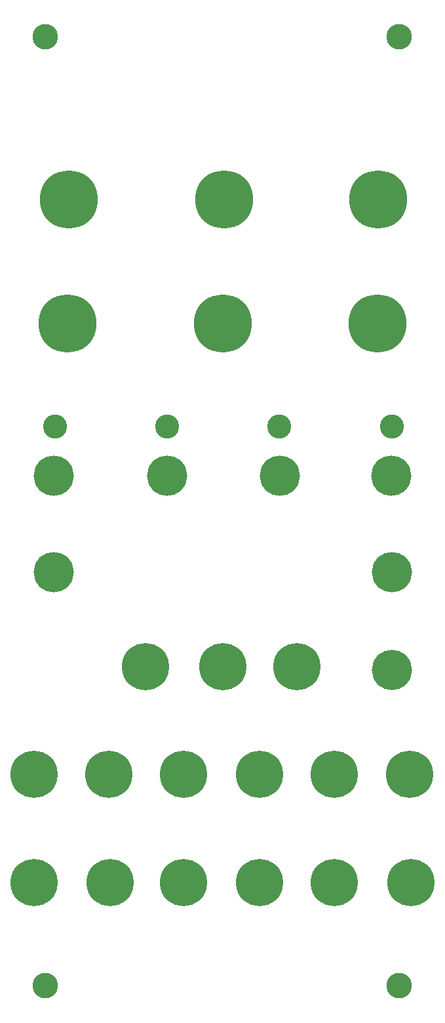
<source format=gbr>
%TF.GenerationSoftware,KiCad,Pcbnew,(6.0.2-0)*%
%TF.CreationDate,2022-03-24T14:58:07-04:00*%
%TF.ProjectId,dotspanel,646f7473-7061-46e6-956c-2e6b69636164,rev?*%
%TF.SameCoordinates,Original*%
%TF.FileFunction,Soldermask,Bot*%
%TF.FilePolarity,Negative*%
%FSLAX46Y46*%
G04 Gerber Fmt 4.6, Leading zero omitted, Abs format (unit mm)*
G04 Created by KiCad (PCBNEW (6.0.2-0)) date 2022-03-24 14:58:07*
%MOMM*%
%LPD*%
G01*
G04 APERTURE LIST*
%ADD10C,6.100000*%
%ADD11C,7.500000*%
%ADD12C,3.300000*%
%ADD13C,3.100000*%
%ADD14C,5.200000*%
G04 APERTURE END LIST*
D10*
%TO.C,*%
X139954000Y-134239000D03*
%TD*%
%TO.C,*%
X115824000Y-162052000D03*
%TD*%
D11*
%TO.C,*%
X110363000Y-89916000D03*
%TD*%
%TO.C,*%
X130556000Y-73914000D03*
%TD*%
%TO.C,*%
X150368000Y-89916000D03*
%TD*%
D12*
%TO.C,REF\u002A\u002A*%
X153162000Y-52959000D03*
%TD*%
D13*
%TO.C,*%
X137668000Y-103251000D03*
%TD*%
D12*
%TO.C,*%
X107442000Y-175387000D03*
%TD*%
D13*
%TO.C,*%
X152273000Y-103251000D03*
%TD*%
D12*
%TO.C,*%
X153162000Y-175387000D03*
%TD*%
D10*
%TO.C,*%
X106045000Y-162052000D03*
%TD*%
%TO.C,*%
X154559000Y-148082000D03*
%TD*%
%TO.C,*%
X115697000Y-148082000D03*
%TD*%
D14*
%TO.C,*%
X152273000Y-122047000D03*
%TD*%
D10*
%TO.C,*%
X125349000Y-148082000D03*
%TD*%
%TO.C,*%
X120396000Y-134239000D03*
%TD*%
D13*
%TO.C,*%
X108712000Y-103251000D03*
%TD*%
D10*
%TO.C,*%
X144780000Y-162052000D03*
%TD*%
D12*
%TO.C,*%
X107442000Y-52959000D03*
%TD*%
D10*
%TO.C,*%
X106045000Y-148082000D03*
%TD*%
D14*
%TO.C,*%
X152146000Y-109601000D03*
%TD*%
D10*
%TO.C,*%
X144780000Y-148082000D03*
%TD*%
D14*
%TO.C,*%
X108585000Y-122047000D03*
%TD*%
D10*
%TO.C,*%
X125349000Y-162052000D03*
%TD*%
D14*
%TO.C,*%
X123190000Y-109601000D03*
%TD*%
D11*
%TO.C,*%
X110490000Y-73914000D03*
%TD*%
%TO.C,*%
X150495000Y-73914000D03*
%TD*%
D10*
%TO.C,*%
X154686000Y-162052000D03*
%TD*%
D14*
%TO.C,*%
X152273000Y-134620000D03*
%TD*%
D13*
%TO.C,*%
X123190000Y-103251000D03*
%TD*%
D14*
%TO.C,*%
X137795000Y-109601000D03*
%TD*%
%TO.C,*%
X108585000Y-109601000D03*
%TD*%
D10*
%TO.C,*%
X130429000Y-134239000D03*
%TD*%
%TO.C,*%
X135128000Y-162052000D03*
%TD*%
%TO.C,*%
X135128000Y-148082000D03*
%TD*%
D11*
%TO.C,*%
X130429000Y-89916000D03*
%TD*%
M02*

</source>
